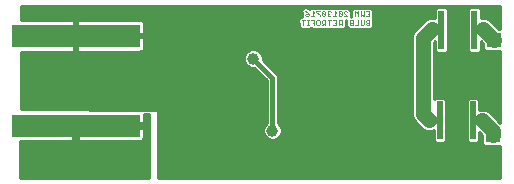
<source format=gbl>
G75*
G70*
%OFA0B0*%
%FSLAX24Y24*%
%IPPOS*%
%LPD*%
%AMOC8*
5,1,8,0,0,1.08239X$1,22.5*
%
%ADD10C,0.0040*%
%ADD11C,0.0050*%
%ADD12R,0.0512X0.1299*%
%ADD13R,0.0354X0.0197*%
%ADD14R,0.0197X0.1299*%
%ADD15R,0.4250X0.0750*%
%ADD16C,0.0100*%
%ADD17C,0.0396*%
%ADD18C,0.0120*%
%ADD19C,0.0160*%
%ADD20C,0.0240*%
%ADD21C,0.0500*%
%ADD22R,0.0500X0.0500*%
D10*
X012048Y009468D02*
X012048Y009628D01*
X012101Y009628D02*
X011994Y009628D01*
X012170Y009628D02*
X012224Y009628D01*
X012197Y009628D02*
X012197Y009468D01*
X012224Y009468D02*
X012170Y009468D01*
X012355Y009548D02*
X012408Y009548D01*
X012408Y009468D02*
X012408Y009628D01*
X012301Y009628D01*
X012301Y009768D02*
X012408Y009768D01*
X012355Y009768D02*
X012355Y009928D01*
X012408Y009875D01*
X012485Y009902D02*
X012592Y009795D01*
X012592Y009768D01*
X012669Y009795D02*
X012696Y009768D01*
X012750Y009768D01*
X012776Y009795D01*
X012669Y009902D01*
X012669Y009795D01*
X012669Y009902D02*
X012696Y009928D01*
X012750Y009928D01*
X012776Y009902D01*
X012776Y009795D01*
X012854Y009795D02*
X012880Y009768D01*
X012934Y009768D01*
X012960Y009795D01*
X012907Y009848D02*
X012880Y009848D01*
X012854Y009822D01*
X012854Y009795D01*
X012880Y009848D02*
X012854Y009875D01*
X012854Y009902D01*
X012880Y009928D01*
X012934Y009928D01*
X012960Y009902D01*
X013091Y009928D02*
X013091Y009768D01*
X013038Y009768D02*
X013145Y009768D01*
X013222Y009795D02*
X013249Y009768D01*
X013302Y009768D01*
X013329Y009795D01*
X013222Y009902D01*
X013222Y009795D01*
X013329Y009795D02*
X013329Y009902D01*
X013302Y009928D01*
X013249Y009928D01*
X013222Y009902D01*
X013145Y009875D02*
X013091Y009928D01*
X013406Y009902D02*
X013433Y009928D01*
X013486Y009928D01*
X013513Y009902D01*
X013406Y009902D02*
X013406Y009875D01*
X013513Y009768D01*
X013406Y009768D01*
X013329Y009628D02*
X013249Y009628D01*
X013222Y009602D01*
X013222Y009548D01*
X013249Y009522D01*
X013329Y009522D01*
X013275Y009522D02*
X013222Y009468D01*
X013145Y009468D02*
X013038Y009468D01*
X013091Y009548D02*
X013145Y009548D01*
X013145Y009628D02*
X013145Y009468D01*
X013329Y009468D02*
X013329Y009628D01*
X013145Y009628D02*
X013038Y009628D01*
X012960Y009628D02*
X012854Y009628D01*
X012907Y009628D02*
X012907Y009468D01*
X012776Y009468D02*
X012776Y009628D01*
X012696Y009628D01*
X012669Y009602D01*
X012669Y009548D01*
X012696Y009522D01*
X012776Y009522D01*
X012723Y009522D02*
X012669Y009468D01*
X012592Y009495D02*
X012565Y009468D01*
X012512Y009468D01*
X012485Y009495D01*
X012485Y009602D01*
X012512Y009628D01*
X012565Y009628D01*
X012592Y009602D01*
X012592Y009495D01*
X012224Y009795D02*
X012197Y009768D01*
X012144Y009768D01*
X012117Y009795D01*
X012117Y009822D01*
X012144Y009848D01*
X012224Y009848D01*
X012224Y009795D01*
X012224Y009848D02*
X012170Y009902D01*
X012117Y009928D01*
X012485Y009928D02*
X012485Y009902D01*
X012485Y009928D02*
X012592Y009928D01*
X013590Y009602D02*
X013590Y009575D01*
X013617Y009548D01*
X013697Y009548D01*
X013697Y009468D02*
X013617Y009468D01*
X013590Y009495D01*
X013590Y009522D01*
X013617Y009548D01*
X013590Y009602D02*
X013617Y009628D01*
X013697Y009628D01*
X013697Y009468D01*
X013774Y009468D02*
X013881Y009468D01*
X013881Y009628D01*
X013959Y009628D02*
X013959Y009495D01*
X013985Y009468D01*
X014039Y009468D01*
X014065Y009495D01*
X014065Y009628D01*
X014143Y009602D02*
X014143Y009575D01*
X014169Y009548D01*
X014250Y009548D01*
X014250Y009468D02*
X014169Y009468D01*
X014143Y009495D01*
X014143Y009522D01*
X014169Y009548D01*
X014143Y009602D02*
X014169Y009628D01*
X014250Y009628D01*
X014250Y009468D01*
X014250Y009768D02*
X014143Y009768D01*
X014065Y009768D02*
X014012Y009822D01*
X013959Y009768D01*
X013959Y009928D01*
X013881Y009928D02*
X013828Y009875D01*
X013774Y009928D01*
X013774Y009768D01*
X013881Y009768D02*
X013881Y009928D01*
X014065Y009928D02*
X014065Y009768D01*
X014196Y009848D02*
X014250Y009848D01*
X014250Y009928D02*
X014250Y009768D01*
X014250Y009928D02*
X014143Y009928D01*
D11*
X009115Y007218D02*
X009117Y007240D01*
X009123Y007261D01*
X009132Y007280D01*
X009144Y007298D01*
X009160Y007314D01*
X009177Y007326D01*
X009197Y007335D01*
X009218Y007341D01*
X009240Y007343D01*
X009262Y007341D01*
X009283Y007335D01*
X009302Y007326D01*
X009320Y007314D01*
X009336Y007298D01*
X009348Y007280D01*
X009357Y007261D01*
X009363Y007240D01*
X009365Y007218D01*
X009363Y007196D01*
X009357Y007175D01*
X009348Y007156D01*
X009336Y007138D01*
X009320Y007122D01*
X009303Y007110D01*
X009283Y007101D01*
X009262Y007095D01*
X009240Y007093D01*
X009218Y007095D01*
X009197Y007101D01*
X009177Y007110D01*
X009160Y007122D01*
X009144Y007138D01*
X009132Y007155D01*
X009123Y007175D01*
X009117Y007196D01*
X009115Y007218D01*
X008235Y006668D02*
X008237Y006690D01*
X008243Y006711D01*
X008252Y006730D01*
X008264Y006748D01*
X008280Y006764D01*
X008297Y006776D01*
X008317Y006785D01*
X008338Y006791D01*
X008360Y006793D01*
X008382Y006791D01*
X008403Y006785D01*
X008422Y006776D01*
X008440Y006764D01*
X008456Y006748D01*
X008468Y006730D01*
X008477Y006711D01*
X008483Y006690D01*
X008485Y006668D01*
X008483Y006646D01*
X008477Y006625D01*
X008468Y006606D01*
X008456Y006588D01*
X008440Y006572D01*
X008423Y006560D01*
X008403Y006551D01*
X008382Y006545D01*
X008360Y006543D01*
X008338Y006545D01*
X008317Y006551D01*
X008297Y006560D01*
X008280Y006572D01*
X008264Y006588D01*
X008252Y006605D01*
X008243Y006625D01*
X008237Y006646D01*
X008235Y006668D01*
X010365Y006328D02*
X010367Y006350D01*
X010373Y006371D01*
X010382Y006390D01*
X010394Y006408D01*
X010410Y006424D01*
X010427Y006436D01*
X010447Y006445D01*
X010468Y006451D01*
X010490Y006453D01*
X010512Y006451D01*
X010533Y006445D01*
X010552Y006436D01*
X010570Y006424D01*
X010586Y006408D01*
X010598Y006390D01*
X010607Y006371D01*
X010613Y006350D01*
X010615Y006328D01*
X010613Y006306D01*
X010607Y006285D01*
X010598Y006266D01*
X010586Y006248D01*
X010570Y006232D01*
X010553Y006220D01*
X010533Y006211D01*
X010512Y006205D01*
X010490Y006203D01*
X010468Y006205D01*
X010447Y006211D01*
X010427Y006220D01*
X010410Y006232D01*
X010394Y006248D01*
X010382Y006265D01*
X010373Y006285D01*
X010367Y006306D01*
X010365Y006328D01*
X010355Y005698D02*
X010357Y005720D01*
X010363Y005741D01*
X010372Y005760D01*
X010384Y005778D01*
X010400Y005794D01*
X010417Y005806D01*
X010437Y005815D01*
X010458Y005821D01*
X010480Y005823D01*
X010502Y005821D01*
X010523Y005815D01*
X010542Y005806D01*
X010560Y005794D01*
X010576Y005778D01*
X010588Y005760D01*
X010597Y005741D01*
X010603Y005720D01*
X010605Y005698D01*
X010603Y005676D01*
X010597Y005655D01*
X010588Y005636D01*
X010576Y005618D01*
X010560Y005602D01*
X010543Y005590D01*
X010523Y005581D01*
X010502Y005575D01*
X010480Y005573D01*
X010458Y005575D01*
X010437Y005581D01*
X010417Y005590D01*
X010400Y005602D01*
X010384Y005618D01*
X010372Y005635D01*
X010363Y005655D01*
X010357Y005676D01*
X010355Y005698D01*
X013065Y006938D02*
X013067Y006960D01*
X013073Y006981D01*
X013082Y007000D01*
X013094Y007018D01*
X013110Y007034D01*
X013127Y007046D01*
X013147Y007055D01*
X013168Y007061D01*
X013190Y007063D01*
X013212Y007061D01*
X013233Y007055D01*
X013252Y007046D01*
X013270Y007034D01*
X013286Y007018D01*
X013298Y007000D01*
X013307Y006981D01*
X013313Y006960D01*
X013315Y006938D01*
X013313Y006916D01*
X013307Y006895D01*
X013298Y006876D01*
X013286Y006858D01*
X013270Y006842D01*
X013253Y006830D01*
X013233Y006821D01*
X013212Y006815D01*
X013190Y006813D01*
X013168Y006815D01*
X013147Y006821D01*
X013127Y006830D01*
X013110Y006842D01*
X013094Y006858D01*
X013082Y006875D01*
X013073Y006895D01*
X013067Y006916D01*
X013065Y006938D01*
X013705Y006008D02*
X013707Y006030D01*
X013713Y006051D01*
X013722Y006070D01*
X013734Y006088D01*
X013750Y006104D01*
X013767Y006116D01*
X013787Y006125D01*
X013808Y006131D01*
X013830Y006133D01*
X013852Y006131D01*
X013873Y006125D01*
X013892Y006116D01*
X013910Y006104D01*
X013926Y006088D01*
X013938Y006070D01*
X013947Y006051D01*
X013953Y006030D01*
X013955Y006008D01*
X013953Y005986D01*
X013947Y005965D01*
X013938Y005946D01*
X013926Y005928D01*
X013910Y005912D01*
X013893Y005900D01*
X013873Y005891D01*
X013852Y005885D01*
X013830Y005883D01*
X013808Y005885D01*
X013787Y005891D01*
X013767Y005900D01*
X013750Y005912D01*
X013734Y005928D01*
X013722Y005945D01*
X013713Y005965D01*
X013707Y005986D01*
X013705Y006008D01*
X008815Y009248D02*
X008817Y009270D01*
X008823Y009291D01*
X008832Y009310D01*
X008844Y009328D01*
X008860Y009344D01*
X008877Y009356D01*
X008897Y009365D01*
X008918Y009371D01*
X008940Y009373D01*
X008962Y009371D01*
X008983Y009365D01*
X009002Y009356D01*
X009020Y009344D01*
X009036Y009328D01*
X009048Y009310D01*
X009057Y009291D01*
X009063Y009270D01*
X009065Y009248D01*
X009063Y009226D01*
X009057Y009205D01*
X009048Y009186D01*
X009036Y009168D01*
X009020Y009152D01*
X009003Y009140D01*
X008983Y009131D01*
X008962Y009125D01*
X008940Y009123D01*
X008918Y009125D01*
X008897Y009131D01*
X008877Y009140D01*
X008860Y009152D01*
X008844Y009168D01*
X008832Y009185D01*
X008823Y009205D01*
X008817Y009226D01*
X008815Y009248D01*
X007005Y009348D02*
X007007Y009370D01*
X007013Y009391D01*
X007022Y009410D01*
X007034Y009428D01*
X007050Y009444D01*
X007067Y009456D01*
X007087Y009465D01*
X007108Y009471D01*
X007130Y009473D01*
X007152Y009471D01*
X007173Y009465D01*
X007192Y009456D01*
X007210Y009444D01*
X007226Y009428D01*
X007238Y009410D01*
X007247Y009391D01*
X007253Y009370D01*
X007255Y009348D01*
X007253Y009326D01*
X007247Y009305D01*
X007238Y009286D01*
X007226Y009268D01*
X007210Y009252D01*
X007193Y009240D01*
X007173Y009231D01*
X007152Y009225D01*
X007130Y009223D01*
X007108Y009225D01*
X007087Y009231D01*
X007067Y009240D01*
X007050Y009252D01*
X007034Y009268D01*
X007022Y009285D01*
X007013Y009305D01*
X007007Y009326D01*
X007005Y009348D01*
D12*
X017200Y009318D03*
X017150Y006298D03*
D13*
X017779Y006298D03*
X016520Y006298D03*
X016570Y009318D03*
X017829Y009318D03*
D14*
X017751Y009318D03*
X016648Y009318D03*
X016598Y006298D03*
X017701Y006298D03*
D15*
X004470Y006113D03*
X004470Y009113D03*
D16*
X007200Y006651D02*
X007195Y004373D01*
X018615Y004373D01*
X018615Y005458D01*
X018074Y005458D01*
X018010Y005523D01*
X018010Y005799D01*
X017909Y005900D01*
X017909Y005603D01*
X017845Y005539D01*
X017557Y005539D01*
X017492Y005603D01*
X017492Y006993D01*
X017557Y007058D01*
X017845Y007058D01*
X017909Y006993D01*
X017909Y006642D01*
X017948Y006658D01*
X018091Y006658D01*
X018223Y006603D01*
X018573Y006253D01*
X018615Y006212D01*
X018615Y008608D01*
X018104Y008608D01*
X018040Y008673D01*
X018040Y008845D01*
X017959Y008930D01*
X017959Y008623D01*
X017895Y008559D01*
X017607Y008559D01*
X017542Y008623D01*
X017542Y010013D01*
X017607Y010078D01*
X017895Y010078D01*
X017959Y010013D01*
X017959Y009709D01*
X017988Y009720D01*
X018131Y009716D01*
X018262Y009658D01*
X018573Y009328D01*
X018615Y009328D01*
X018615Y010113D01*
X002625Y010113D01*
X002625Y009638D01*
X004420Y009638D01*
X004420Y009163D01*
X004520Y009163D01*
X006745Y009163D01*
X006745Y009508D01*
X006734Y009546D01*
X006715Y009580D01*
X006687Y009608D01*
X006652Y009628D01*
X006614Y009638D01*
X004520Y009638D01*
X004520Y009163D01*
X004520Y009063D01*
X006745Y009063D01*
X006745Y008719D01*
X006734Y008680D01*
X006715Y008646D01*
X006687Y008618D01*
X006652Y008599D01*
X006614Y008588D01*
X004520Y008588D01*
X004520Y009063D01*
X004420Y009063D01*
X004420Y008588D01*
X002625Y008588D01*
X002625Y006667D01*
X007200Y006651D01*
X007199Y006581D02*
X010830Y006581D01*
X010830Y006679D02*
X002625Y006679D01*
X002625Y006778D02*
X010830Y006778D01*
X010830Y006876D02*
X002625Y006876D01*
X002625Y006975D02*
X010830Y006975D01*
X010830Y007073D02*
X002625Y007073D01*
X002625Y007172D02*
X010830Y007172D01*
X010830Y007270D02*
X002625Y007270D01*
X002625Y007369D02*
X010830Y007369D01*
X010830Y007467D02*
X002625Y007467D01*
X002625Y007566D02*
X010830Y007566D01*
X010830Y007640D02*
X010830Y006204D01*
X010758Y006133D01*
X010711Y006020D01*
X010711Y005897D01*
X010758Y005784D01*
X010845Y005697D01*
X010958Y005650D01*
X011081Y005650D01*
X011194Y005697D01*
X011281Y005784D01*
X011328Y005897D01*
X011328Y006020D01*
X011281Y006133D01*
X011210Y006204D01*
X011210Y007797D01*
X010688Y008319D01*
X010688Y008420D01*
X010641Y008533D01*
X010554Y008619D01*
X010441Y008666D01*
X010318Y008666D01*
X010205Y008619D01*
X010118Y008533D01*
X010071Y008420D01*
X010071Y008297D01*
X010118Y008184D01*
X010205Y008097D01*
X010318Y008050D01*
X010419Y008050D01*
X010830Y007640D01*
X010805Y007664D02*
X002625Y007664D01*
X002625Y007763D02*
X010706Y007763D01*
X010608Y007861D02*
X002625Y007861D01*
X002625Y007960D02*
X010509Y007960D01*
X010299Y008058D02*
X002625Y008058D01*
X002625Y008157D02*
X010145Y008157D01*
X010089Y008255D02*
X002625Y008255D01*
X002625Y008354D02*
X010071Y008354D01*
X010085Y008452D02*
X002625Y008452D01*
X002625Y008551D02*
X010136Y008551D01*
X010277Y008649D02*
X006716Y008649D01*
X006745Y008748D02*
X015680Y008748D01*
X015680Y008846D02*
X006745Y008846D01*
X006745Y008945D02*
X015680Y008945D01*
X015680Y009043D02*
X006745Y009043D01*
X006745Y009240D02*
X015725Y009240D01*
X015734Y009262D02*
X015680Y009130D01*
X015680Y006427D01*
X015734Y006294D01*
X016036Y005993D01*
X016168Y005938D01*
X016311Y005938D01*
X016390Y005971D01*
X016390Y005603D01*
X016454Y005539D01*
X016742Y005539D01*
X016807Y005603D01*
X016807Y006993D01*
X016742Y007058D01*
X016454Y007058D01*
X016400Y007003D01*
X016400Y008909D01*
X016440Y008950D01*
X016440Y008623D01*
X016504Y008559D01*
X016792Y008559D01*
X016857Y008623D01*
X016857Y010013D01*
X016792Y010078D01*
X016504Y010078D01*
X016440Y010013D01*
X016440Y009706D01*
X016411Y009718D01*
X016268Y009718D01*
X016136Y009663D01*
X015836Y009363D01*
X015734Y009262D01*
X015811Y009339D02*
X014304Y009339D01*
X014303Y009338D02*
X014380Y009414D01*
X014380Y009682D01*
X014363Y009698D01*
X014380Y009714D01*
X014380Y009982D01*
X014303Y010058D01*
X013935Y010058D01*
X013881Y010058D01*
X013774Y010058D01*
X013721Y010058D01*
X013644Y009982D01*
X013644Y009928D01*
X013644Y009875D01*
X013644Y009875D01*
X013644Y009758D01*
X013643Y009758D01*
X013643Y009822D01*
X013630Y009835D01*
X013643Y009848D01*
X013643Y009956D01*
X013540Y010058D01*
X013379Y010058D01*
X013367Y010047D01*
X013356Y010058D01*
X013195Y010058D01*
X013170Y010034D01*
X013145Y010058D01*
X013091Y010058D01*
X013037Y010058D01*
X013012Y010034D01*
X012988Y010058D01*
X012826Y010058D01*
X012815Y010047D01*
X012803Y010058D01*
X012431Y010058D01*
X012420Y010047D01*
X012408Y010058D01*
X012354Y010058D01*
X012301Y010058D01*
X012250Y010007D01*
X012247Y010009D01*
X012224Y010032D01*
X012201Y010032D01*
X012127Y010069D01*
X012025Y010035D01*
X011977Y009938D01*
X011995Y009883D01*
X011987Y009876D01*
X011987Y009758D01*
X011940Y009758D01*
X011864Y009682D01*
X011864Y009575D01*
X011918Y009521D01*
X011918Y009414D01*
X011994Y009338D01*
X012101Y009338D01*
X012109Y009346D01*
X012117Y009338D01*
X012278Y009338D01*
X012316Y009377D01*
X012354Y009338D01*
X012830Y009338D01*
X012842Y009350D01*
X012853Y009338D01*
X012961Y009338D01*
X012972Y009350D01*
X012984Y009338D01*
X013383Y009338D01*
X013459Y009414D01*
X013459Y009638D01*
X013459Y009638D01*
X013460Y009638D01*
X013460Y009441D01*
X013487Y009414D01*
X013563Y009338D01*
X014093Y009338D01*
X014104Y009350D01*
X014116Y009338D01*
X014303Y009338D01*
X014380Y009437D02*
X015909Y009437D01*
X016008Y009536D02*
X014380Y009536D01*
X014380Y009634D02*
X016106Y009634D01*
X016440Y009733D02*
X014380Y009733D01*
X014380Y009831D02*
X016440Y009831D01*
X016440Y009930D02*
X014380Y009930D01*
X014333Y010028D02*
X016455Y010028D01*
X016842Y010028D02*
X017557Y010028D01*
X017542Y009930D02*
X016857Y009930D01*
X016857Y009831D02*
X017542Y009831D01*
X017542Y009733D02*
X016857Y009733D01*
X016857Y009634D02*
X017542Y009634D01*
X017542Y009536D02*
X016857Y009536D01*
X016857Y009437D02*
X017542Y009437D01*
X017542Y009339D02*
X016857Y009339D01*
X016857Y009240D02*
X017542Y009240D01*
X017542Y009142D02*
X016857Y009142D01*
X016857Y009043D02*
X017542Y009043D01*
X017542Y008945D02*
X016857Y008945D01*
X016857Y008846D02*
X017542Y008846D01*
X017542Y008748D02*
X016857Y008748D01*
X016857Y008649D02*
X017542Y008649D01*
X017959Y008649D02*
X018063Y008649D01*
X018040Y008748D02*
X017959Y008748D01*
X017959Y008846D02*
X018038Y008846D01*
X018615Y008551D02*
X016400Y008551D01*
X016400Y008649D02*
X016440Y008649D01*
X016440Y008748D02*
X016400Y008748D01*
X016400Y008846D02*
X016440Y008846D01*
X016435Y008945D02*
X016440Y008945D01*
X016400Y008452D02*
X018615Y008452D01*
X018615Y008354D02*
X016400Y008354D01*
X016400Y008255D02*
X018615Y008255D01*
X018615Y008157D02*
X016400Y008157D01*
X016400Y008058D02*
X018615Y008058D01*
X018615Y007960D02*
X016400Y007960D01*
X016400Y007861D02*
X018615Y007861D01*
X018615Y007763D02*
X016400Y007763D01*
X016400Y007664D02*
X018615Y007664D01*
X018615Y007566D02*
X016400Y007566D01*
X016400Y007467D02*
X018615Y007467D01*
X018615Y007369D02*
X016400Y007369D01*
X016400Y007270D02*
X018615Y007270D01*
X018615Y007172D02*
X016400Y007172D01*
X016400Y007073D02*
X018615Y007073D01*
X018615Y006975D02*
X017909Y006975D01*
X017909Y006876D02*
X018615Y006876D01*
X018615Y006778D02*
X017909Y006778D01*
X017909Y006679D02*
X018615Y006679D01*
X018615Y006581D02*
X018246Y006581D01*
X018345Y006482D02*
X018615Y006482D01*
X018615Y006384D02*
X018443Y006384D01*
X018542Y006285D02*
X018615Y006285D01*
X017917Y005891D02*
X017909Y005891D01*
X017909Y005793D02*
X018010Y005793D01*
X018010Y005694D02*
X017909Y005694D01*
X017902Y005596D02*
X018010Y005596D01*
X018035Y005497D02*
X007197Y005497D01*
X007197Y005399D02*
X018615Y005399D01*
X018615Y005300D02*
X007197Y005300D01*
X007196Y005202D02*
X018615Y005202D01*
X018615Y005103D02*
X007196Y005103D01*
X007196Y005005D02*
X018615Y005005D01*
X018615Y004906D02*
X007196Y004906D01*
X007196Y004808D02*
X018615Y004808D01*
X018615Y004709D02*
X007195Y004709D01*
X007195Y004611D02*
X018615Y004611D01*
X018615Y004512D02*
X007195Y004512D01*
X007195Y004414D02*
X018615Y004414D01*
X017500Y005596D02*
X016799Y005596D01*
X016807Y005694D02*
X017492Y005694D01*
X017492Y005793D02*
X016807Y005793D01*
X016807Y005891D02*
X017492Y005891D01*
X017492Y005990D02*
X016807Y005990D01*
X016807Y006088D02*
X017492Y006088D01*
X017492Y006187D02*
X016807Y006187D01*
X016807Y006285D02*
X017492Y006285D01*
X017492Y006384D02*
X016807Y006384D01*
X016807Y006482D02*
X017492Y006482D01*
X017492Y006581D02*
X016807Y006581D01*
X016807Y006679D02*
X017492Y006679D01*
X017492Y006778D02*
X016807Y006778D01*
X016807Y006876D02*
X017492Y006876D01*
X017492Y006975D02*
X016807Y006975D01*
X015680Y006975D02*
X011210Y006975D01*
X011210Y007073D02*
X015680Y007073D01*
X015680Y007172D02*
X011210Y007172D01*
X011210Y007270D02*
X015680Y007270D01*
X015680Y007369D02*
X011210Y007369D01*
X011210Y007467D02*
X015680Y007467D01*
X015680Y007566D02*
X011210Y007566D01*
X011210Y007664D02*
X015680Y007664D01*
X015680Y007763D02*
X011210Y007763D01*
X011145Y007861D02*
X015680Y007861D01*
X015680Y007960D02*
X011047Y007960D01*
X010948Y008058D02*
X015680Y008058D01*
X015680Y008157D02*
X010850Y008157D01*
X010751Y008255D02*
X015680Y008255D01*
X015680Y008354D02*
X010688Y008354D01*
X010674Y008452D02*
X015680Y008452D01*
X015680Y008551D02*
X010623Y008551D01*
X010482Y008649D02*
X015680Y008649D01*
X015684Y009142D02*
X004520Y009142D01*
X004520Y009240D02*
X004420Y009240D01*
X004420Y009339D02*
X004520Y009339D01*
X004520Y009437D02*
X004420Y009437D01*
X004420Y009536D02*
X004520Y009536D01*
X004520Y009634D02*
X004420Y009634D01*
X004420Y009043D02*
X004520Y009043D01*
X004520Y008945D02*
X004420Y008945D01*
X004420Y008846D02*
X004520Y008846D01*
X004520Y008748D02*
X004420Y008748D01*
X004420Y008649D02*
X004520Y008649D01*
X002625Y009733D02*
X011915Y009733D01*
X011864Y009634D02*
X006629Y009634D01*
X006737Y009536D02*
X011903Y009536D01*
X011918Y009437D02*
X006745Y009437D01*
X006745Y009339D02*
X011993Y009339D01*
X012102Y009339D02*
X012116Y009339D01*
X012278Y009339D02*
X012354Y009339D01*
X012831Y009339D02*
X012853Y009339D01*
X012961Y009339D02*
X012983Y009339D01*
X013383Y009339D02*
X013563Y009339D01*
X013464Y009437D02*
X013459Y009437D01*
X013459Y009536D02*
X013460Y009536D01*
X013459Y009634D02*
X013460Y009634D01*
X013634Y009831D02*
X013644Y009831D01*
X013643Y009930D02*
X013644Y009930D01*
X013690Y010028D02*
X013570Y010028D01*
X013721Y010058D02*
X013721Y010058D01*
X013935Y010058D02*
X013935Y010058D01*
X013037Y010058D02*
X013037Y010058D01*
X012301Y010058D02*
X012301Y010058D01*
X012271Y010028D02*
X012228Y010028D01*
X012022Y010028D02*
X002625Y010028D01*
X002625Y009930D02*
X011980Y009930D01*
X011987Y009831D02*
X002625Y009831D01*
X007199Y006482D02*
X010830Y006482D01*
X010830Y006384D02*
X007199Y006384D01*
X007199Y006285D02*
X010830Y006285D01*
X010812Y006187D02*
X007199Y006187D01*
X007198Y006088D02*
X010740Y006088D01*
X010711Y005990D02*
X007198Y005990D01*
X007198Y005891D02*
X010714Y005891D01*
X010755Y005793D02*
X007198Y005793D01*
X007197Y005694D02*
X010852Y005694D01*
X011187Y005694D02*
X016390Y005694D01*
X016397Y005596D02*
X007197Y005596D01*
X011210Y006285D02*
X015743Y006285D01*
X015697Y006384D02*
X011210Y006384D01*
X011210Y006482D02*
X015680Y006482D01*
X015680Y006581D02*
X011210Y006581D01*
X011210Y006679D02*
X015680Y006679D01*
X015680Y006778D02*
X011210Y006778D01*
X011210Y006876D02*
X015680Y006876D01*
X015842Y006187D02*
X011227Y006187D01*
X011299Y006088D02*
X015940Y006088D01*
X016044Y005990D02*
X011328Y005990D01*
X011325Y005891D02*
X016390Y005891D01*
X016390Y005793D02*
X011284Y005793D01*
X014093Y009339D02*
X014115Y009339D01*
X017959Y009733D02*
X018615Y009733D01*
X018615Y009831D02*
X017959Y009831D01*
X017959Y009930D02*
X018615Y009930D01*
X018615Y010028D02*
X017944Y010028D01*
X018284Y009634D02*
X018615Y009634D01*
X018615Y009536D02*
X018377Y009536D01*
X018470Y009437D02*
X018615Y009437D01*
X018615Y009339D02*
X018563Y009339D01*
D17*
X017140Y007388D03*
X015180Y006168D03*
X012080Y008028D03*
X010380Y008358D03*
X014040Y008818D03*
X011020Y005958D03*
X006120Y004618D03*
X004495Y004618D03*
X002870Y004618D03*
X003430Y007348D03*
X003400Y009868D03*
D18*
X006755Y006478D02*
X006910Y006478D01*
X006910Y004383D01*
X002635Y004383D01*
X002635Y005578D01*
X004410Y005578D01*
X004410Y006053D01*
X004530Y006053D01*
X004530Y006173D01*
X006755Y006173D01*
X006755Y006478D01*
X006755Y006370D02*
X006910Y006370D01*
X006910Y006251D02*
X006755Y006251D01*
X006910Y006133D02*
X004530Y006133D01*
X004530Y006053D02*
X006755Y006053D01*
X006755Y005717D01*
X006744Y005677D01*
X006723Y005640D01*
X006693Y005610D01*
X006656Y005589D01*
X006616Y005578D01*
X004530Y005578D01*
X004530Y006053D01*
X004530Y006014D02*
X004410Y006014D01*
X004410Y005896D02*
X004530Y005896D01*
X004530Y005777D02*
X004410Y005777D01*
X004410Y005659D02*
X004530Y005659D01*
X002635Y005540D02*
X006910Y005540D01*
X006910Y005422D02*
X002635Y005422D01*
X002635Y005303D02*
X006910Y005303D01*
X006910Y005185D02*
X002635Y005185D01*
X002635Y005066D02*
X006910Y005066D01*
X006910Y004948D02*
X002635Y004948D01*
X002635Y004829D02*
X006910Y004829D01*
X006910Y004711D02*
X002635Y004711D01*
X002635Y004592D02*
X006910Y004592D01*
X006910Y004474D02*
X002635Y004474D01*
X006733Y005659D02*
X006910Y005659D01*
X006910Y005777D02*
X006755Y005777D01*
X006755Y005896D02*
X006910Y005896D01*
X006910Y006014D02*
X006755Y006014D01*
D19*
X011020Y005958D02*
X011020Y007718D01*
X010380Y008358D01*
D20*
X016240Y006298D02*
X016520Y006298D01*
X017779Y006298D02*
X018020Y006298D01*
X017829Y009318D02*
X018050Y009358D01*
X016570Y009318D02*
X016340Y009358D01*
D21*
X016040Y009058D01*
X016040Y006498D01*
X016240Y006298D01*
X018020Y006298D02*
X018370Y005948D01*
X018370Y005818D01*
X018400Y008968D02*
X018400Y008988D01*
X018050Y009358D01*
D22*
X018400Y008968D03*
X018370Y005818D03*
M02*

</source>
